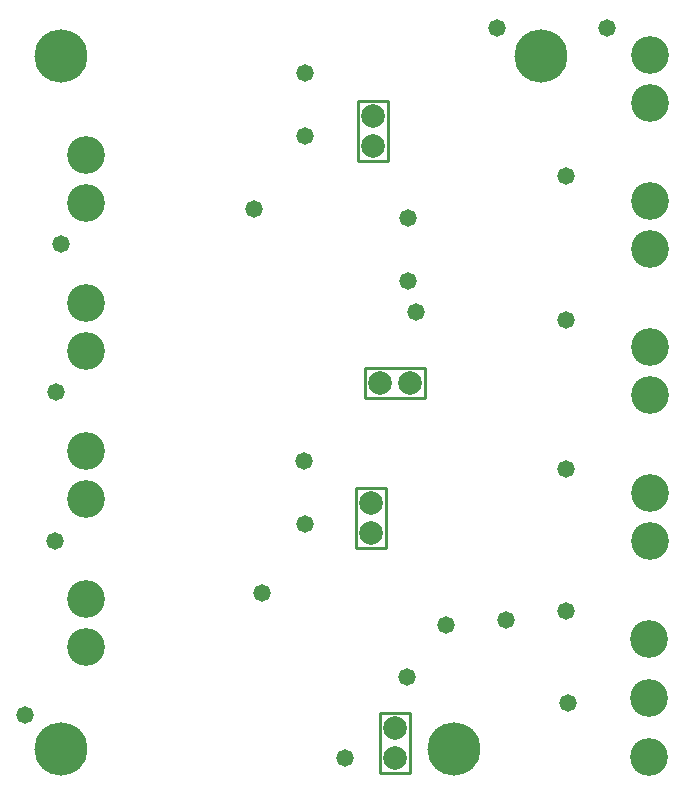
<source format=gbs>
G04*
G04 #@! TF.GenerationSoftware,Altium Limited,Altium Designer,18.1.9 (240)*
G04*
G04 Layer_Color=16711935*
%FSLAX25Y25*%
%MOIN*%
G70*
G01*
G75*
%ADD10C,0.01000*%
%ADD32C,0.17729*%
%ADD33C,0.07887*%
%ADD34C,0.12611*%
%ADD35C,0.05800*%
D10*
X244105Y324500D02*
X254105D01*
Y334500D01*
X234105Y324500D02*
X254105D01*
X234105Y334500D02*
X254105D01*
X234105Y324500D02*
Y334500D01*
X249000Y209690D02*
Y219690D01*
X239000D02*
X249000D01*
Y199690D02*
Y219690D01*
X239000Y199690D02*
Y219690D01*
Y199690D02*
X249000D01*
X231000Y274655D02*
Y284655D01*
Y274655D02*
X241000D01*
X231000D02*
Y294655D01*
X241000Y274655D02*
Y294655D01*
X231000D02*
X241000D01*
X231605Y403500D02*
Y413500D01*
Y403500D02*
X241605D01*
X231605D02*
Y423500D01*
X241605Y403500D02*
Y423500D01*
X231605D02*
X241605D01*
D32*
X292500Y438500D02*
D03*
X263500Y207500D02*
D03*
X132500D02*
D03*
Y438500D02*
D03*
D33*
X239105Y329500D02*
D03*
X249105D02*
D03*
X244000Y204690D02*
D03*
Y214690D02*
D03*
X236000Y289655D02*
D03*
Y279655D02*
D03*
X236605Y418500D02*
D03*
Y408500D02*
D03*
D34*
X329000Y423000D02*
D03*
Y439000D02*
D03*
X328500Y204815D02*
D03*
Y224500D02*
D03*
Y244185D02*
D03*
X141000Y389500D02*
D03*
Y405500D02*
D03*
X329000Y390333D02*
D03*
Y374333D02*
D03*
X141000Y340167D02*
D03*
Y356167D02*
D03*
X329000Y341667D02*
D03*
Y325667D02*
D03*
X141000Y290833D02*
D03*
Y306833D02*
D03*
X329000Y293000D02*
D03*
Y277000D02*
D03*
X141000Y241500D02*
D03*
Y257500D02*
D03*
D35*
X281000Y250500D02*
D03*
X130645Y276919D02*
D03*
X132500Y376000D02*
D03*
X131000Y326500D02*
D03*
X301765Y223000D02*
D03*
X278000Y448010D02*
D03*
X120625Y218875D02*
D03*
X314500Y448010D02*
D03*
X261000Y249000D02*
D03*
X227310Y204690D02*
D03*
X251000Y353347D02*
D03*
X301000Y301000D02*
D03*
Y398500D02*
D03*
Y350500D02*
D03*
Y253561D02*
D03*
X213500Y303500D02*
D03*
X248250Y384500D02*
D03*
X213991Y433000D02*
D03*
X199500Y259500D02*
D03*
X197000Y387500D02*
D03*
X248272Y363500D02*
D03*
X214000Y412000D02*
D03*
X248000Y231500D02*
D03*
X214000Y282500D02*
D03*
M02*

</source>
